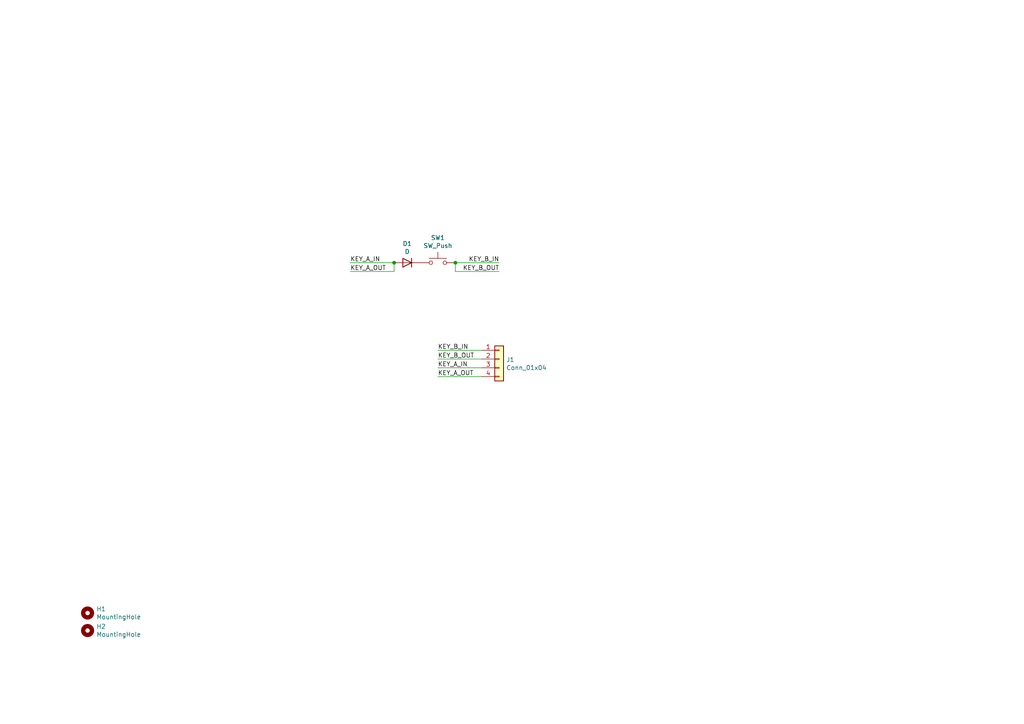
<source format=kicad_sch>
(kicad_sch (version 20211123) (generator eeschema)
  (paper "A4")
  (title_block (title "#0101 HOTSWAP KEY") (date "2022-09-09") (rev "V1.0"))
  (lib_symbols
    (symbol "Connector_Generic:Conn_01x04" (pin_names (offset 1.016) hide)
      (property "Reference" "J" (at 0 5.08 0))
      (property "Value" "Conn_01x04" (at 0 -7.62 0))
      (symbol "Conn_01x04_1_1"
        (rectangle (start -1.27 -4.953) (end 0 -5.207) (stroke (width 0.1524)))
        (rectangle (start -1.27 -2.413) (end 0 -2.667) (stroke (width 0.1524)))
        (rectangle (start -1.27 0.127) (end 0 -0.127) (stroke (width 0.1524)))
        (rectangle (start -1.27 2.667) (end 0 2.413) (stroke (width 0.1524)))
        (rectangle (start -1.27 3.81) (end 1.27 -6.35) (stroke (width 0.254)) (fill (type background)))
        (pin passive line (at -5.08 2.54 0) (length 3.81) (name "Pin_1") (number "1"))
        (pin passive line (at -5.08 0 0) (length 3.81) (name "Pin_2") (number "2"))
        (pin passive line (at -5.08 -2.54 0) (length 3.81) (name "Pin_3") (number "3"))
        (pin passive line (at -5.08 -5.08 0) (length 3.81) (name "Pin_4") (number "4"))
      )
    )
    (symbol "Device:D" (pin_numbers hide) (pin_names (offset 1.016) hide)
      (property "Reference" "D" (at 0 2.54 0))
      (property "Value" "D" (at 0 -2.54 0))
      (symbol "D_0_1"
        (polyline (pts (xy -1.27 1.27) (xy -1.27 -1.27)) (stroke (width 0.254)))
        (polyline (pts (xy 1.27 0) (xy -1.27 0)))
        (polyline (pts (xy 1.27 1.27) (xy 1.27 -1.27) (xy -1.27 0) (xy 1.27 1.27)) (stroke (width 0.254)))
      )
      (symbol "D_1_1"
        (pin passive line (at -3.81 0 0) (length 2.54) (name "K") (number "1"))
        (pin passive line (at 3.81 0 180) (length 2.54) (name "A") (number "2"))
      )
    )
    (symbol "Mechanical:MountingHole" (pin_names (offset 1.016))
      (property "Reference" "H" (at 0 5.08 0))
      (property "Value" "MountingHole" (at 0 3.175 0))
      (symbol "MountingHole_0_1"
        (circle (center 0 0) (radius 1.27) (stroke (width 1.27)))
      )
    )
    (symbol "Switch:SW_Push" (pin_numbers hide) (pin_names (offset 1.016) hide)
      (property "Reference" "SW" (at 1.27 2.54 0))
      (property "Value" "SW_Push" (at 0 -1.524 0))
      (symbol "SW_Push_0_1"
        (circle (center -2.032 0) (radius 0.508))
        (polyline (pts (xy 0 1.27) (xy 0 3.048)))
        (polyline (pts (xy 2.54 1.27) (xy -2.54 1.27)))
        (circle (center 2.032 0) (radius 0.508))
        (pin passive line (at -5.08 0 0) (length 2.54) (name "1") (number "1"))
        (pin passive line (at 5.08 0 180) (length 2.54) (name "2") (number "2"))
      )
    )
  )
  (junction (at 132.08 76.2))
  (junction (at 114.3 76.2))
  (wire (pts (xy 139.7 101.6) (xy 127 101.6)))
  (wire (pts (xy 132.08 76.2) (xy 144.78 76.2)))
  (wire (pts (xy 114.3 76.2) (xy 114.3 78.74)))
  (wire (pts (xy 101.6 76.2) (xy 114.3 76.2)))
  (wire (pts (xy 127 104.14) (xy 139.7 104.14)))
  (wire (pts (xy 132.08 78.74) (xy 144.78 78.74)))
  (wire (pts (xy 139.7 106.68) (xy 127 106.68)))
  (wire (pts (xy 127 109.22) (xy 139.7 109.22)))
  (wire (pts (xy 101.6 78.74) (xy 114.3 78.74)))
  (wire (pts (xy 132.08 76.2) (xy 132.08 78.74)))
  (label "KEY_B_IN" (at 144.78 76.2 180))
  (label "KEY_B_OUT" (at 127 104.14 0))
  (label "KEY_B_IN" (at 127 101.6 0))
  (label "KEY_A_OUT" (at 127 109.22 0))
  (label "KEY_B_OUT" (at 144.78 78.74 180))
  (label "KEY_A_IN" (at 101.6 76.2 0))
  (label "KEY_A_IN" (at 127 106.68 0))
  (label "KEY_A_OUT" (at 101.6 78.74 0))
  (symbol (lib_id "Mechanical:MountingHole") (at 25.4 177.8 0) (unit 1)
    (property "Reference" "H1" (at 27.94 176.6316 0) (effects (justify left)))
    (property "Value" "MountingHole" (at 27.94 178.943 0) (effects (justify left)))
    (property "Footprint" "MountingHole:MountingHole_2.2mm_M2" (effects hide))
  )
  (symbol (lib_id "Mechanical:MountingHole") (at 25.4 182.88 0) (unit 1)
    (property "Reference" "H2" (at 27.94 181.7116 0) (effects (justify left)))
    (property "Value" "MountingHole" (at 27.94 184.023 0) (effects (justify left)))
    (property "Footprint" "MountingHole:MountingHole_2.2mm_M2" (effects hide))
  )
  (symbol (lib_id "Switch:SW_Push") (at 127 76.2 0) (mirror y) (unit 1)
    (property "Reference" "SW1" (at 127 68.961 0))
    (property "Value" "SW_Push" (at 127 71.2724 0))
    (property "Footprint" "Switch_Keyboard_Hotswap_Kailh:SW_Hotswap_Kailh_MX_1.00u" (effects hide))
    (property "Manufacturer" "Kailh" (effects hide))
    (property "PartNumber" "C2803348" (effects hide))
    (property "Supplier" "JLC-EXT" (effects hide))
  )
  (symbol (lib_id "Device:D") (at 118.11 76.2 180) (unit 1)
    (property "Reference" "D1" (at 118.11 70.6882 0))
    (property "Value" "D" (at 118.11 72.9996 0))
    (property "Footprint" "Diode_SMD:D_SOD-123" (effects hide))
    (property "Manufacturer" "HT" (effects hide))
    (property "PartNumber" "C179717" (effects hide))
    (property "Supplier" "JLC-EXT" (effects hide))
  )
  (symbol (lib_id "Connector_Generic:Conn_01x04") (at 144.78 104.14 0) (unit 1)
    (property "Reference" "J1" (at 146.812 104.3432 0) (effects (justify left)))
    (property "Value" "Conn_01x04" (at 146.812 106.6546 0) (effects (justify left)))
    (property "Footprint" "JLC-SMT:PinHeader_1x04_P2.54mm_Horizontal_SMD" (effects hide))
  )
)
</source>
